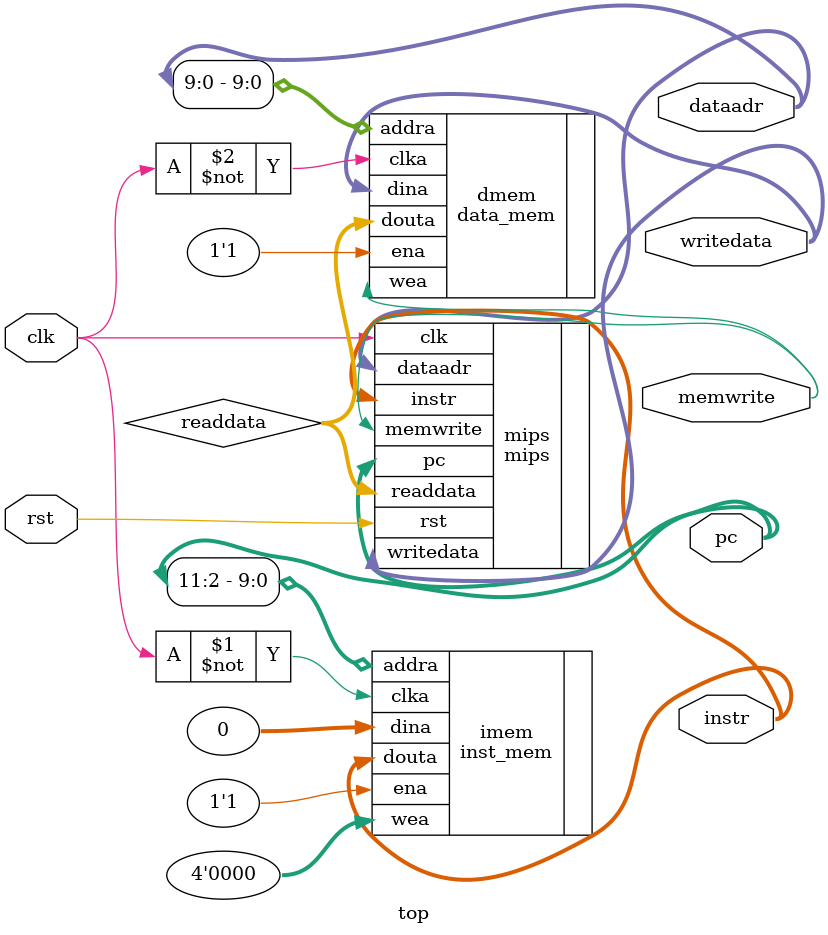
<source format=v>
`timescale 1ns / 1ps


module top(
	input wire clk,rst,
	output wire[31:0] writedata,dataadr,
	output wire memwrite,
	output wire[31:0] pc,instr
    );
	wire [31:0] readdata;
	mips mips(.clk(clk),.rst(rst),.instr(instr),.memwrite(memwrite),.dataadr(dataadr),
	.writedata(writedata),.readdata(readdata),.pc(pc));
	inst_mem imem (
        .clka(~clk),    // input wire clka
        .ena(1'b1),      // input wire ena
        .wea(4'b0),      // input wire [3 : 0] wea
        .addra(pc[11:2]),  // input wire [9 : 0] addra
        .dina(32'b0),    // input wire [31 : 0] dina
        .douta(instr)  // output wire [31 : 0] douta
    );
    data_mem dmem (
        .clka(~clk),    // input wire clka
        .ena(1'b1),      // input wire ena
        .wea(memwrite),      // input wire wea
        .addra(dataadr[9:0]),  // input wire [9 : 0] addra
        .dina(writedata),    // input wire [31 : 0] dina
        .douta(readdata)  // output wire [31 : 0] douta
    );
endmodule

</source>
